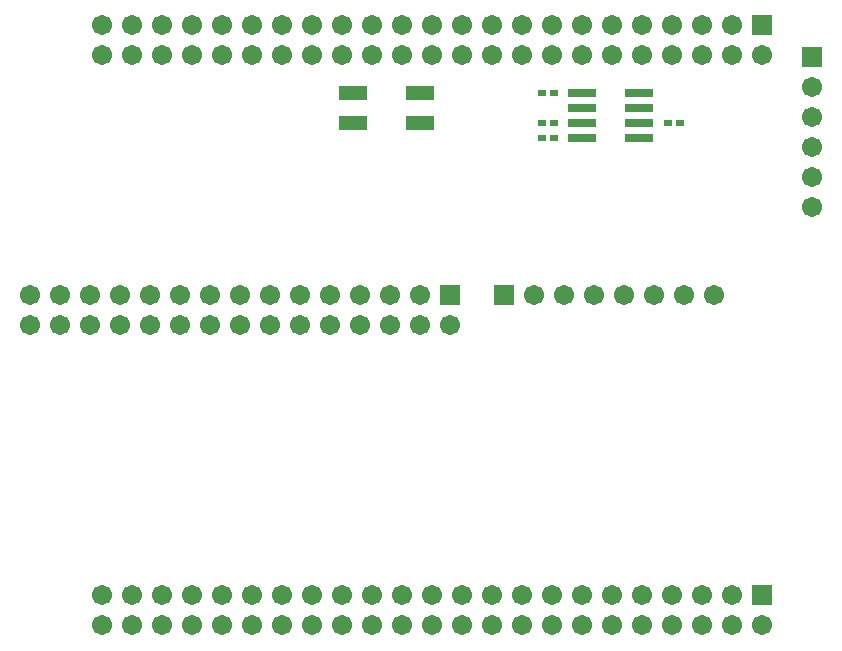
<source format=gbs>
%FSLAX25Y25*%
%MOIN*%
G70*
G01*
G75*
G04 Layer_Color=16711935*
%ADD10R,0.02362X0.06496*%
%ADD11C,0.02000*%
%ADD12C,0.01000*%
%ADD13R,0.05906X0.05906*%
%ADD14C,0.05906*%
%ADD15R,0.05906X0.05906*%
%ADD16R,0.08661X0.02362*%
%ADD17R,0.08740X0.04016*%
%ADD18R,0.02500X0.02000*%
%ADD19C,0.03000*%
%ADD20C,0.00787*%
%ADD21C,0.00700*%
%ADD22R,0.03162X0.07296*%
%ADD23R,0.06706X0.06706*%
%ADD24C,0.06706*%
%ADD25R,0.06706X0.06706*%
%ADD26R,0.09461X0.03162*%
%ADD27R,0.09540X0.04816*%
%ADD28R,0.02900X0.02400*%
D23*
X191500Y117500D02*
D03*
X209500D02*
D03*
X295500Y207500D02*
D03*
Y17500D02*
D03*
D24*
X191500Y107500D02*
D03*
X181500Y117500D02*
D03*
Y107500D02*
D03*
X171500Y117500D02*
D03*
Y107500D02*
D03*
X161500Y117500D02*
D03*
Y107500D02*
D03*
X151500Y117500D02*
D03*
Y107500D02*
D03*
X141500Y117500D02*
D03*
Y107500D02*
D03*
X131500Y117500D02*
D03*
Y107500D02*
D03*
X121500Y117500D02*
D03*
Y107500D02*
D03*
X111500Y117500D02*
D03*
Y107500D02*
D03*
X101500Y117500D02*
D03*
Y107500D02*
D03*
X91500Y117500D02*
D03*
Y107500D02*
D03*
X81500Y117500D02*
D03*
Y107500D02*
D03*
X71500Y117500D02*
D03*
Y107500D02*
D03*
X61500Y117500D02*
D03*
Y107500D02*
D03*
X51500Y117500D02*
D03*
Y107500D02*
D03*
X279500Y117500D02*
D03*
X269500D02*
D03*
X259500D02*
D03*
X249500D02*
D03*
X239500D02*
D03*
X229500D02*
D03*
X219500D02*
D03*
X295500Y197500D02*
D03*
X285500Y207500D02*
D03*
Y197500D02*
D03*
X275500Y207500D02*
D03*
Y197500D02*
D03*
X265500Y207500D02*
D03*
Y197500D02*
D03*
X255500Y207500D02*
D03*
Y197500D02*
D03*
X245500Y207500D02*
D03*
Y197500D02*
D03*
X235500Y207500D02*
D03*
Y197500D02*
D03*
X225500Y207500D02*
D03*
Y197500D02*
D03*
X215500Y207500D02*
D03*
Y197500D02*
D03*
X205500Y207500D02*
D03*
Y197500D02*
D03*
X195500Y207500D02*
D03*
Y197500D02*
D03*
X185500Y207500D02*
D03*
Y197500D02*
D03*
X175500Y207500D02*
D03*
Y197500D02*
D03*
X165500Y207500D02*
D03*
Y197500D02*
D03*
X155500Y207500D02*
D03*
Y197500D02*
D03*
X145500Y207500D02*
D03*
Y197500D02*
D03*
X135500Y207500D02*
D03*
Y197500D02*
D03*
X125500Y207500D02*
D03*
Y197500D02*
D03*
X115500Y207500D02*
D03*
Y197500D02*
D03*
X105500Y207500D02*
D03*
Y197500D02*
D03*
X95500Y207500D02*
D03*
Y197500D02*
D03*
X85500Y207500D02*
D03*
Y197500D02*
D03*
X75500Y207500D02*
D03*
Y197500D02*
D03*
X312000Y147000D02*
D03*
Y157000D02*
D03*
Y167000D02*
D03*
Y177000D02*
D03*
Y187000D02*
D03*
X295500Y7500D02*
D03*
X285500Y17500D02*
D03*
Y7500D02*
D03*
X275500Y17500D02*
D03*
Y7500D02*
D03*
X265500Y17500D02*
D03*
Y7500D02*
D03*
X255500Y17500D02*
D03*
Y7500D02*
D03*
X245500Y17500D02*
D03*
Y7500D02*
D03*
X235500Y17500D02*
D03*
Y7500D02*
D03*
X225500Y17500D02*
D03*
Y7500D02*
D03*
X215500Y17500D02*
D03*
Y7500D02*
D03*
X205500Y17500D02*
D03*
Y7500D02*
D03*
X195500Y17500D02*
D03*
Y7500D02*
D03*
X185500Y17500D02*
D03*
Y7500D02*
D03*
X175500Y17500D02*
D03*
Y7500D02*
D03*
X165500Y17500D02*
D03*
Y7500D02*
D03*
X155500Y17500D02*
D03*
Y7500D02*
D03*
X145500Y17500D02*
D03*
Y7500D02*
D03*
X135500Y17500D02*
D03*
Y7500D02*
D03*
X125500Y17500D02*
D03*
Y7500D02*
D03*
X115500Y17500D02*
D03*
Y7500D02*
D03*
X105500Y17500D02*
D03*
Y7500D02*
D03*
X95500Y17500D02*
D03*
Y7500D02*
D03*
X85500Y17500D02*
D03*
Y7500D02*
D03*
X75500Y17500D02*
D03*
Y7500D02*
D03*
D25*
X312000Y197000D02*
D03*
D26*
X235551Y170000D02*
D03*
Y175000D02*
D03*
Y180000D02*
D03*
Y185000D02*
D03*
X254449Y170000D02*
D03*
Y175000D02*
D03*
Y180000D02*
D03*
Y185000D02*
D03*
D27*
X159256Y175000D02*
D03*
X181500D02*
D03*
Y185000D02*
D03*
X159256D02*
D03*
D28*
X268000Y175000D02*
D03*
X264000D02*
D03*
X222000D02*
D03*
X226000D02*
D03*
X222000Y185000D02*
D03*
X226000D02*
D03*
X222000Y170000D02*
D03*
X226000D02*
D03*
M02*

</source>
